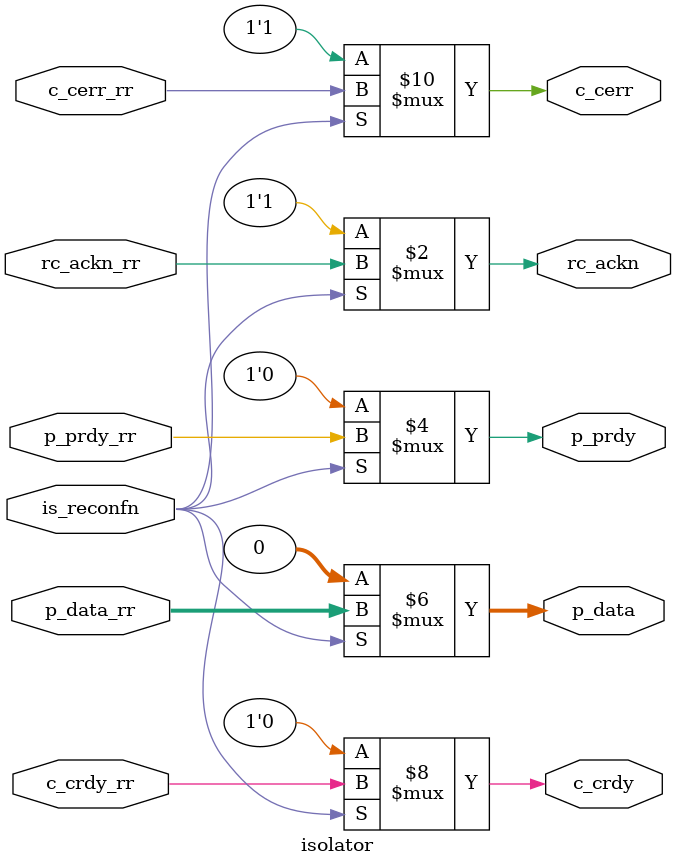
<source format=v>
module isolator
(
	input                 rc_ackn_rr    ,
	output                rc_ackn       ,
	output                p_prdy        ,
	output     [31:0]     p_data        ,
	output                c_crdy        ,
	output                c_cerr        ,
	input                 p_prdy_rr     ,
	input      [31:0]     p_data_rr     ,
	input                 c_crdy_rr     ,
	input                 c_cerr_rr     ,
	input                 is_reconfn
);
	assign rc_ackn    = (~is_reconfn)? 1'b1: rc_ackn_rr;
	assign p_prdy     = (~is_reconfn)? 1'b0: p_prdy_rr;
	assign p_data     = (~is_reconfn)? 32'h0: p_data_rr;
	assign c_crdy     = (~is_reconfn)? 1'b0: c_crdy_rr;
	assign c_cerr     = (~is_reconfn)? 1'b1: c_cerr_rr;
endmodule
</source>
